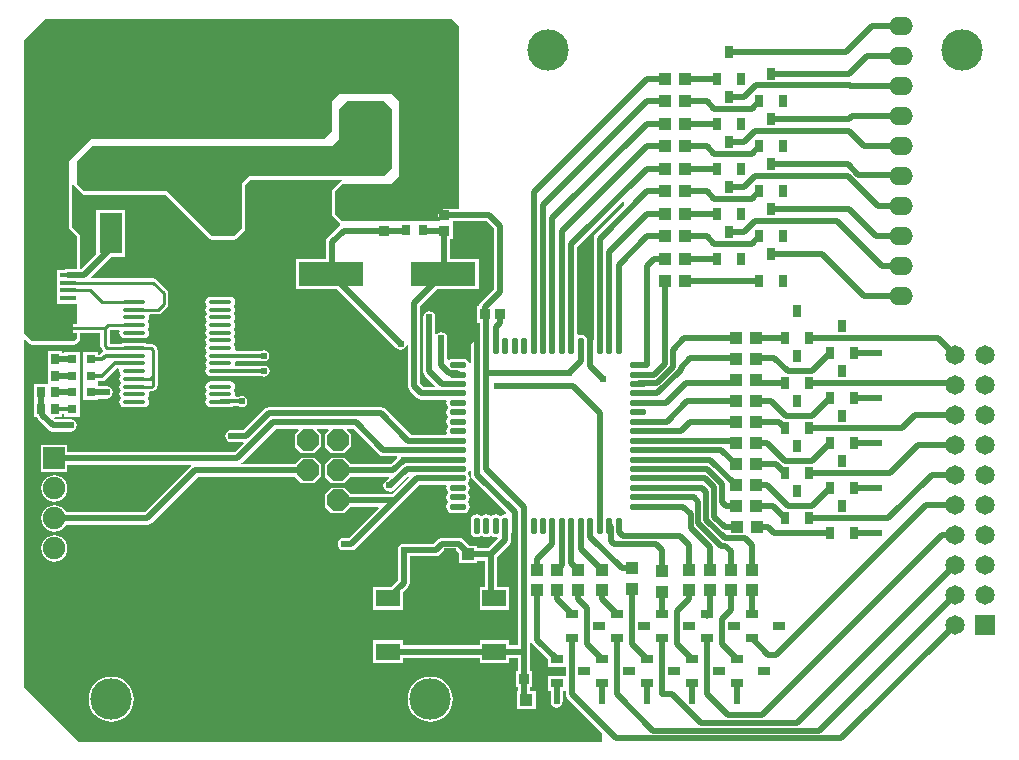
<source format=gtl>
G04 Layer_Physical_Order=1*
G04 Layer_Color=25308*
%FSLAX24Y24*%
%MOIN*%
G70*
G01*
G75*
%ADD10R,0.0750X0.1340*%
%ADD11R,0.0748X0.0748*%
%ADD12R,0.0551X0.0630*%
%ADD13R,0.0532X0.0157*%
%ADD14R,0.0413X0.0394*%
%ADD15R,0.0276X0.0335*%
%ADD16R,0.0440X0.0400*%
%ADD17R,0.0335X0.0354*%
%ADD18R,0.0354X0.0335*%
%ADD19R,0.0315X0.0315*%
%ADD20R,0.0472X0.1378*%
%ADD21R,0.4197X0.3299*%
%ADD22R,0.0400X0.1201*%
%ADD23R,0.0400X0.0440*%
%ADD24R,0.0315X0.0400*%
%ADD25R,0.0400X0.0315*%
%ADD26O,0.0217X0.0571*%
%ADD27O,0.0571X0.0217*%
%ADD28R,0.2165X0.0787*%
%ADD29R,0.0787X0.0551*%
%ADD30O,0.0787X0.0138*%
%ADD31C,0.0200*%
%ADD32C,0.0120*%
%ADD33C,0.0100*%
%ADD34C,0.0600*%
%ADD35C,0.1378*%
%ADD36O,0.0630X0.0354*%
%ADD37R,0.1772X0.0787*%
%ADD38R,0.0787X0.1772*%
%ADD39O,0.0800X0.0600*%
%ADD40R,0.0650X0.0650*%
%ADD41C,0.0650*%
%ADD42P,0.0801X8X112.5*%
%ADD43C,0.0750*%
%ADD44R,0.0750X0.0750*%
%ADD45C,0.0240*%
G36*
X30250Y42646D02*
Y42538D01*
X29288Y41576D01*
X29244Y41510D01*
X29228Y41432D01*
Y38074D01*
X29192Y38047D01*
X29185Y38044D01*
X29178Y38048D01*
X29100Y38063D01*
X29022Y38048D01*
X29008Y38054D01*
X28999Y38101D01*
X28953Y38169D01*
X28884Y38215D01*
X28802Y38232D01*
X28741Y38219D01*
X28691Y38251D01*
Y41153D01*
X30204Y42665D01*
X30250Y42646D01*
D02*
G37*
G36*
X25896Y41766D02*
Y39734D01*
X25450Y39288D01*
X25406Y39222D01*
X25397Y39177D01*
X25327D01*
Y38623D01*
X25449D01*
Y38069D01*
X25433Y38050D01*
X25411Y38031D01*
X25338Y38046D01*
X25260Y38031D01*
X25194Y37986D01*
X25149Y37920D01*
X25134Y37842D01*
Y37285D01*
X25084Y37280D01*
X25081Y37293D01*
X25035Y37362D01*
X24966Y37408D01*
X24885Y37425D01*
X24531D01*
X24449Y37408D01*
X24404Y37378D01*
X24354Y37405D01*
Y38100D01*
X24338Y38178D01*
X24294Y38244D01*
X24228Y38288D01*
X24150Y38304D01*
X24072Y38288D01*
X24006Y38244D01*
X24004Y38241D01*
X23954Y38257D01*
Y38800D01*
X23938Y38878D01*
X23894Y38944D01*
X23828Y38988D01*
X23750Y39004D01*
X23672Y38988D01*
X23606Y38944D01*
X23562Y38878D01*
X23546Y38800D01*
Y37000D01*
X23562Y36922D01*
X23606Y36856D01*
X23944Y36517D01*
X23925Y36471D01*
X23567D01*
X23454Y36584D01*
Y39195D01*
X24015Y39756D01*
X25403D01*
Y40744D01*
X24454D01*
Y41427D01*
X24527D01*
Y41939D01*
Y42002D01*
X25660D01*
X25896Y41766D01*
D02*
G37*
G36*
X20830Y43348D02*
X20811Y43344D01*
X20778Y43322D01*
X20528Y43072D01*
X20506Y43039D01*
X20498Y43000D01*
Y42250D01*
X20506Y42211D01*
X20528Y42178D01*
X20778Y41928D01*
X20786Y41923D01*
X20789Y41871D01*
X20787Y41863D01*
X20750Y41838D01*
X20750Y41838D01*
X20356Y41444D01*
X20312Y41378D01*
X20296Y41300D01*
Y40744D01*
X19297D01*
Y39756D01*
X20685D01*
X22656Y37786D01*
X22722Y37742D01*
X22800Y37726D01*
X22878Y37742D01*
X22944Y37786D01*
X22988Y37852D01*
X22996Y37891D01*
X23046Y37886D01*
Y36500D01*
X23062Y36422D01*
X23106Y36356D01*
X23338Y36123D01*
X23405Y36079D01*
X23483Y36063D01*
X24299D01*
X24330Y36013D01*
X24318Y35952D01*
X24335Y35871D01*
X24381Y35802D01*
Y35788D01*
X24335Y35719D01*
X24318Y35637D01*
X24335Y35556D01*
X24381Y35487D01*
Y35473D01*
X24335Y35404D01*
X24318Y35322D01*
X24335Y35241D01*
X24381Y35172D01*
Y35158D01*
X24335Y35089D01*
X24318Y35007D01*
X24330Y34946D01*
X24299Y34896D01*
X23142D01*
X22294Y35744D01*
X22228Y35788D01*
X22150Y35804D01*
X18400D01*
X18322Y35788D01*
X18256Y35744D01*
X17566Y35054D01*
X17150D01*
X17072Y35038D01*
X17006Y34994D01*
X16962Y34928D01*
X16946Y34850D01*
X16962Y34772D01*
X17006Y34706D01*
X17072Y34662D01*
X17150Y34646D01*
X17542D01*
X17562Y34600D01*
X17266Y34304D01*
X11685D01*
Y34535D01*
X10815D01*
Y33665D01*
X11685D01*
Y33896D01*
X15793D01*
X15809Y33846D01*
X15806Y33844D01*
X14266Y32304D01*
X11636D01*
X11630Y32319D01*
X11560Y32410D01*
X11469Y32480D01*
X11364Y32524D01*
X11250Y32539D01*
X11136Y32524D01*
X11031Y32480D01*
X10940Y32410D01*
X10870Y32319D01*
X10826Y32214D01*
X10811Y32100D01*
X10826Y31986D01*
X10870Y31881D01*
X10940Y31790D01*
X11031Y31720D01*
X11136Y31676D01*
X11250Y31661D01*
X11364Y31676D01*
X11469Y31720D01*
X11560Y31790D01*
X11630Y31881D01*
X11636Y31896D01*
X14350D01*
X14428Y31912D01*
X14494Y31956D01*
X16034Y33496D01*
X19270D01*
Y33485D01*
X19485Y33270D01*
X19915D01*
X20130Y33485D01*
Y33915D01*
X19915Y34130D01*
X19485D01*
X19270Y33915D01*
Y33904D01*
X17507D01*
X17491Y33954D01*
X17494Y33956D01*
X18634Y35096D01*
X19386D01*
X19405Y35050D01*
X19270Y34915D01*
Y34485D01*
X19485Y34270D01*
X19915D01*
X20130Y34485D01*
Y34915D01*
X19995Y35050D01*
X20014Y35096D01*
X20386D01*
X20405Y35050D01*
X20270Y34915D01*
Y34485D01*
X20485Y34270D01*
X20915D01*
X21130Y34485D01*
Y34915D01*
X20995Y35050D01*
X21014Y35096D01*
X21216D01*
X22078Y34233D01*
X22078Y34233D01*
X22144Y34189D01*
X22222Y34174D01*
X22222Y34174D01*
X22670D01*
X22689Y34127D01*
X22466Y33904D01*
X21130D01*
Y33915D01*
X20915Y34130D01*
X20485D01*
X20270Y33915D01*
Y33485D01*
X20485Y33270D01*
X20915D01*
X21130Y33485D01*
Y33496D01*
X22392D01*
X22411Y33450D01*
X22332Y33370D01*
X22330Y33370D01*
X22270Y33330D01*
X22230Y33270D01*
X22216Y33200D01*
X22230Y33130D01*
X22270Y33070D01*
X22330Y33030D01*
X22350Y33026D01*
X22372Y33012D01*
X22450Y32996D01*
X22528Y33012D01*
X22594Y33056D01*
X23049Y33511D01*
X23052Y33511D01*
X23068Y33456D01*
X22516Y32904D01*
X21130D01*
Y32915D01*
X20915Y33130D01*
X20485D01*
X20270Y32915D01*
Y32485D01*
X20485Y32270D01*
X20915D01*
X21130Y32485D01*
Y32496D01*
X22042D01*
X22062Y32450D01*
X21066Y31454D01*
X20900D01*
X20822Y31438D01*
X20756Y31394D01*
X20712Y31328D01*
X20696Y31250D01*
X20712Y31172D01*
X20756Y31106D01*
X20822Y31062D01*
X20900Y31046D01*
X21150D01*
X21228Y31062D01*
X21294Y31106D01*
X22744Y32556D01*
X23417Y33229D01*
X24299D01*
X24330Y33179D01*
X24318Y33118D01*
X24335Y33036D01*
X24381Y32968D01*
Y32953D01*
X24335Y32884D01*
X24318Y32803D01*
X24335Y32721D01*
X24381Y32653D01*
Y32638D01*
X24335Y32569D01*
X24318Y32488D01*
X24335Y32407D01*
X24381Y32338D01*
X24449Y32292D01*
X24531Y32275D01*
X24885D01*
X24966Y32292D01*
X25035Y32338D01*
X25081Y32407D01*
X25097Y32488D01*
X25081Y32569D01*
X25035Y32638D01*
Y32653D01*
X25081Y32721D01*
X25097Y32803D01*
X25081Y32884D01*
X25035Y32953D01*
Y32968D01*
X25081Y33036D01*
X25097Y33118D01*
X25081Y33199D01*
X25035Y33268D01*
Y33283D01*
X25081Y33351D01*
X25097Y33433D01*
X25081Y33514D01*
X25035Y33583D01*
Y33597D01*
X25081Y33666D01*
X25084Y33680D01*
X25134Y33675D01*
Y33562D01*
X25149Y33484D01*
X25194Y33418D01*
X26321Y32291D01*
X26296Y32245D01*
X26283Y32247D01*
X26201Y32231D01*
X26133Y32185D01*
X26118D01*
X26049Y32231D01*
X25968Y32247D01*
X25886Y32231D01*
X25818Y32185D01*
X25803D01*
X25734Y32231D01*
X25653Y32247D01*
X25571Y32231D01*
X25503Y32185D01*
X25488D01*
X25419Y32231D01*
X25338Y32247D01*
X25257Y32231D01*
X25188Y32185D01*
X25142Y32116D01*
X25125Y32035D01*
Y31681D01*
X25142Y31599D01*
X25188Y31531D01*
X25257Y31485D01*
X25338Y31468D01*
X25419Y31485D01*
X25488Y31531D01*
X25503D01*
X25571Y31485D01*
X25653Y31468D01*
X25734Y31485D01*
X25803Y31531D01*
X25818D01*
X25886Y31485D01*
X25968Y31468D01*
X26020Y31479D01*
X26044Y31433D01*
X25716Y31104D01*
X25352D01*
Y31197D01*
X25076D01*
X24872Y31401D01*
X24806Y31445D01*
X24728Y31461D01*
X24182D01*
X24104Y31445D01*
X24077Y31428D01*
X24038Y31401D01*
X24038Y31401D01*
X23890Y31254D01*
X22900D01*
X22822Y31238D01*
X22756Y31194D01*
X22712Y31128D01*
X22696Y31050D01*
Y30042D01*
X22466Y29811D01*
X21885D01*
Y29060D01*
X22872D01*
Y29641D01*
X23044Y29813D01*
X23088Y29879D01*
X23104Y29957D01*
Y30846D01*
X23975D01*
X24053Y30862D01*
X24119Y30906D01*
X24266Y31053D01*
X24643D01*
X24739Y30958D01*
Y30603D01*
X25352D01*
Y30696D01*
X25596D01*
Y29811D01*
X25428D01*
Y29060D01*
X26415D01*
Y29811D01*
X26004D01*
Y30816D01*
X26427Y31238D01*
X26471Y31305D01*
X26487Y31383D01*
Y31631D01*
X26503Y31650D01*
X26524Y31669D01*
X26598Y31654D01*
X26671Y31669D01*
X26693Y31650D01*
X26709Y31631D01*
Y27867D01*
X26415D01*
Y28040D01*
X25428D01*
Y27868D01*
X22872D01*
Y28040D01*
X21885D01*
Y27289D01*
X22872D01*
Y27460D01*
X25428D01*
Y27289D01*
X26415D01*
Y27459D01*
X26709D01*
Y27027D01*
X26639D01*
Y26473D01*
X26702D01*
Y26350D01*
X26667D01*
Y25750D01*
X27307D01*
Y26350D01*
X27110D01*
Y26473D01*
X27173D01*
Y27027D01*
X27117D01*
Y27663D01*
Y27956D01*
X27136Y27963D01*
X27167Y27965D01*
X27206Y27906D01*
X27700Y27412D01*
Y27143D01*
X28296D01*
Y26857D01*
X27700D01*
Y26343D01*
X27796D01*
Y26000D01*
X27812Y25922D01*
X27856Y25856D01*
X27922Y25812D01*
X28000Y25796D01*
X28078Y25812D01*
X28144Y25856D01*
X28188Y25922D01*
X28204Y26000D01*
Y26343D01*
X28296D01*
Y26250D01*
X28312Y26172D01*
X28356Y26106D01*
X29500Y24962D01*
Y24653D01*
X12063D01*
X10250Y26466D01*
Y38040D01*
X10296Y38060D01*
X10428Y37928D01*
X10461Y37906D01*
X10500Y37898D01*
X11900D01*
X11939Y37906D01*
X11972Y37928D01*
X12072Y38028D01*
X12094Y38061D01*
X12102Y38100D01*
Y38287D01*
X12787D01*
Y37860D01*
X12799Y37801D01*
X12832Y37752D01*
X12874Y37709D01*
X12868Y37645D01*
X12857Y37637D01*
X12782Y37563D01*
X12722D01*
Y37657D01*
X12207D01*
Y37143D01*
X12207D01*
X12207Y37143D01*
Y37107D01*
X12207D01*
X12207Y37107D01*
Y36607D01*
X12207Y36593D01*
Y36575D01*
X12207Y36557D01*
X12207Y36543D01*
Y36043D01*
X12722D01*
Y36096D01*
X13000D01*
X13078Y36112D01*
X13144Y36156D01*
X13188Y36222D01*
X13204Y36300D01*
X13188Y36378D01*
X13144Y36444D01*
X13078Y36488D01*
X13000Y36504D01*
X12758D01*
X12740Y36521D01*
X12722Y36554D01*
Y36557D01*
Y36575D01*
X12722Y36593D01*
X12722Y36607D01*
Y36687D01*
X12850D01*
X12912Y36699D01*
X12965Y36735D01*
X13334Y37103D01*
X13391D01*
X13424Y37053D01*
X13416Y37010D01*
X13429Y36944D01*
X13444Y36921D01*
X13463Y36882D01*
X13444Y36843D01*
X13429Y36820D01*
X13416Y36754D01*
X13429Y36688D01*
X13444Y36666D01*
X13463Y36626D01*
X13444Y36587D01*
X13429Y36564D01*
X13416Y36498D01*
X13429Y36433D01*
X13444Y36410D01*
X13463Y36370D01*
X13444Y36331D01*
X13429Y36308D01*
X13416Y36243D01*
X13429Y36177D01*
X13466Y36121D01*
Y36108D01*
X13429Y36053D01*
X13416Y35987D01*
X13429Y35921D01*
X13466Y35865D01*
X13522Y35828D01*
X13588Y35814D01*
X14238D01*
X14304Y35828D01*
X14360Y35865D01*
X14397Y35921D01*
X14410Y35987D01*
X14397Y36053D01*
X14382Y36075D01*
X14363Y36115D01*
X14382Y36154D01*
X14397Y36177D01*
X14410Y36243D01*
X14399Y36295D01*
X14428Y36345D01*
X14498D01*
X14557Y36357D01*
X14607Y36390D01*
X14658Y36442D01*
X14691Y36491D01*
X14703Y36550D01*
Y36850D01*
Y37700D01*
X14691Y37759D01*
X14658Y37808D01*
X14580Y37886D01*
X14531Y37919D01*
X14472Y37931D01*
X14313D01*
X14304Y37937D01*
X14238Y37950D01*
X13588D01*
X13522Y37937D01*
X13513Y37931D01*
X13093D01*
Y38377D01*
X13109Y38393D01*
X13398D01*
X13427Y38343D01*
X13416Y38290D01*
X13429Y38224D01*
X13466Y38168D01*
X13522Y38131D01*
X13588Y38118D01*
X14238D01*
X14304Y38131D01*
X14360Y38168D01*
X14397Y38224D01*
X14410Y38290D01*
X14397Y38356D01*
X14382Y38379D01*
X14363Y38418D01*
X14382Y38457D01*
X14397Y38480D01*
X14410Y38546D01*
X14397Y38612D01*
X14382Y38634D01*
X14363Y38674D01*
X14382Y38713D01*
X14397Y38736D01*
X14410Y38802D01*
X14399Y38855D01*
X14428Y38905D01*
X14707D01*
X14766Y38916D01*
X14816Y38949D01*
X15008Y39142D01*
X15041Y39191D01*
X15043Y39201D01*
X15053Y39250D01*
Y39600D01*
X15041Y39659D01*
X15008Y39708D01*
X14658Y40058D01*
X14609Y40091D01*
X14550Y40103D01*
X14224D01*
X14194Y40109D01*
X12489D01*
X12470Y40155D01*
X13145Y40830D01*
X13607D01*
Y42370D01*
X12657D01*
Y40919D01*
X12154Y40416D01*
X12102D01*
Y41500D01*
X12094Y41539D01*
X12072Y41572D01*
X11852Y41792D01*
Y43225D01*
X11902Y43230D01*
X11906Y43211D01*
X11928Y43178D01*
X12178Y42928D01*
X12211Y42906D01*
X12250Y42898D01*
X14958D01*
X16428Y41428D01*
X16461Y41406D01*
X16500Y41398D01*
X17250D01*
X17289Y41406D01*
X17322Y41428D01*
X17572Y41678D01*
X17594Y41711D01*
X17602Y41750D01*
Y43208D01*
X17792Y43398D01*
X20825D01*
X20830Y43348D01*
D02*
G37*
G36*
X24750Y48500D02*
Y42410D01*
X24250D01*
X24172Y42394D01*
X24106Y42350D01*
X24062Y42284D01*
X24046Y42206D01*
X24062Y42128D01*
X24106Y42062D01*
X24123Y42050D01*
X24108Y42000D01*
X20850D01*
X20600Y42250D01*
Y43000D01*
X20850Y43250D01*
X22500D01*
X22750Y43500D01*
Y45500D01*
Y45750D01*
Y46000D01*
X22500Y46250D01*
X20750D01*
X20500Y46000D01*
Y45000D01*
X20250Y44750D01*
X12500D01*
X12250Y44500D01*
X12000Y44250D01*
X11750Y44000D01*
Y41750D01*
X12000Y41500D01*
Y40416D01*
X11702D01*
X11624Y40400D01*
X11609Y40391D01*
X11336D01*
Y40033D01*
Y39777D01*
Y39521D01*
Y39265D01*
X12000D01*
Y38593D01*
X11613D01*
X11554Y38581D01*
X11505Y38548D01*
X11472Y38499D01*
X11460Y38440D01*
X11472Y38382D01*
X11505Y38332D01*
X11554Y38299D01*
X11613Y38287D01*
X12000D01*
Y38100D01*
X11900Y38000D01*
X10500D01*
X10250Y38250D01*
Y44250D01*
X10250Y48034D01*
X10966Y48750D01*
X15750Y48750D01*
X24500D01*
X24750Y48500D01*
D02*
G37*
G36*
X22500Y45750D02*
Y43750D01*
X22250Y43500D01*
X17750D01*
X17500Y43250D01*
Y41750D01*
X17250Y41500D01*
X16500D01*
X15000Y43000D01*
X12250D01*
X12000Y43250D01*
Y44000D01*
X12250Y44250D01*
X12500Y44500D01*
X20500D01*
X20750Y44750D01*
Y45750D01*
X21000Y46000D01*
X22250D01*
X22500Y45750D01*
D02*
G37*
%LPC*%
G36*
X11250Y31539D02*
X11136Y31524D01*
X11031Y31480D01*
X10940Y31410D01*
X10870Y31319D01*
X10826Y31214D01*
X10811Y31100D01*
X10826Y30986D01*
X10870Y30881D01*
X10940Y30790D01*
X11031Y30720D01*
X11136Y30676D01*
X11250Y30661D01*
X11364Y30676D01*
X11469Y30720D01*
X11560Y30790D01*
X11630Y30881D01*
X11674Y30986D01*
X11689Y31100D01*
X11674Y31214D01*
X11630Y31319D01*
X11560Y31410D01*
X11469Y31480D01*
X11364Y31524D01*
X11250Y31539D01*
D02*
G37*
G36*
X23780Y26827D02*
X23633Y26813D01*
X23492Y26770D01*
X23361Y26701D01*
X23247Y26607D01*
X23154Y26493D01*
X23084Y26363D01*
X23041Y26222D01*
X23027Y26075D01*
X23041Y25928D01*
X23084Y25787D01*
X23154Y25657D01*
X23247Y25543D01*
X23361Y25449D01*
X23492Y25379D01*
X23633Y25337D01*
X23780Y25322D01*
X23926Y25337D01*
X24068Y25379D01*
X24198Y25449D01*
X24312Y25543D01*
X24405Y25657D01*
X24475Y25787D01*
X24518Y25928D01*
X24532Y26075D01*
X24518Y26222D01*
X24475Y26363D01*
X24405Y26493D01*
X24312Y26607D01*
X24198Y26701D01*
X24068Y26770D01*
X23926Y26813D01*
X23780Y26827D01*
D02*
G37*
G36*
X13150D02*
X13003Y26813D01*
X12862Y26770D01*
X12731Y26701D01*
X12617Y26607D01*
X12524Y26493D01*
X12454Y26363D01*
X12411Y26222D01*
X12397Y26075D01*
X12411Y25928D01*
X12454Y25787D01*
X12524Y25657D01*
X12617Y25543D01*
X12731Y25449D01*
X12862Y25379D01*
X13003Y25337D01*
X13150Y25322D01*
X13296Y25337D01*
X13438Y25379D01*
X13568Y25449D01*
X13682Y25543D01*
X13775Y25657D01*
X13845Y25787D01*
X13888Y25928D01*
X13902Y26075D01*
X13888Y26222D01*
X13845Y26363D01*
X13775Y26493D01*
X13682Y26607D01*
X13568Y26701D01*
X13438Y26770D01*
X13296Y26813D01*
X13150Y26827D01*
D02*
G37*
G36*
X11250Y33539D02*
X11136Y33524D01*
X11031Y33480D01*
X10940Y33410D01*
X10870Y33319D01*
X10826Y33214D01*
X10811Y33100D01*
X10826Y32986D01*
X10870Y32881D01*
X10940Y32790D01*
X11031Y32720D01*
X11136Y32676D01*
X11250Y32661D01*
X11364Y32676D01*
X11469Y32720D01*
X11560Y32790D01*
X11630Y32881D01*
X11674Y32986D01*
X11689Y33100D01*
X11674Y33214D01*
X11630Y33319D01*
X11560Y33410D01*
X11469Y33480D01*
X11364Y33524D01*
X11250Y33539D01*
D02*
G37*
G36*
X17112Y39486D02*
X16462D01*
X16396Y39472D01*
X16340Y39435D01*
X16303Y39379D01*
X16290Y39313D01*
X16303Y39247D01*
X16318Y39225D01*
X16337Y39185D01*
X16318Y39146D01*
X16303Y39123D01*
X16290Y39057D01*
X16303Y38992D01*
X16318Y38969D01*
X16337Y38930D01*
X16318Y38890D01*
X16303Y38867D01*
X16290Y38802D01*
X16303Y38736D01*
X16318Y38713D01*
X16337Y38674D01*
X16318Y38634D01*
X16303Y38612D01*
X16290Y38546D01*
X16303Y38480D01*
X16318Y38457D01*
X16337Y38418D01*
X16318Y38379D01*
X16303Y38356D01*
X16290Y38290D01*
X16303Y38224D01*
X16318Y38201D01*
X16337Y38162D01*
X16318Y38123D01*
X16303Y38100D01*
X16290Y38034D01*
X16303Y37968D01*
X16318Y37945D01*
X16337Y37906D01*
X16318Y37867D01*
X16303Y37844D01*
X16290Y37778D01*
X16303Y37712D01*
X16318Y37689D01*
X16337Y37650D01*
X16318Y37611D01*
X16303Y37588D01*
X16290Y37522D01*
X16303Y37456D01*
X16318Y37433D01*
X16337Y37394D01*
X16318Y37355D01*
X16303Y37332D01*
X16290Y37266D01*
X16303Y37200D01*
X16318Y37177D01*
X16337Y37138D01*
X16318Y37099D01*
X16303Y37076D01*
X16290Y37010D01*
X16303Y36944D01*
X16340Y36888D01*
X16396Y36851D01*
X16462Y36838D01*
X17112D01*
X17157Y36847D01*
X18170D01*
X18180Y36841D01*
X18250Y36827D01*
X18320Y36841D01*
X18380Y36880D01*
X18420Y36940D01*
X18434Y37010D01*
X18420Y37080D01*
X18380Y37140D01*
X18320Y37180D01*
X18250Y37194D01*
X18180Y37180D01*
X18170Y37173D01*
X17309D01*
X17276Y37223D01*
X17284Y37266D01*
X17276Y37309D01*
X17309Y37359D01*
X18148D01*
X18158Y37352D01*
X18228Y37339D01*
X18298Y37352D01*
X18358Y37392D01*
X18398Y37452D01*
X18411Y37522D01*
X18398Y37592D01*
X18358Y37652D01*
X18298Y37692D01*
X18228Y37706D01*
X18158Y37692D01*
X18148Y37685D01*
X17309D01*
X17276Y37735D01*
X17284Y37778D01*
X17271Y37844D01*
X17256Y37867D01*
X17237Y37906D01*
X17256Y37945D01*
X17271Y37968D01*
X17284Y38034D01*
X17271Y38100D01*
X17256Y38123D01*
X17237Y38162D01*
X17256Y38201D01*
X17271Y38224D01*
X17284Y38290D01*
X17271Y38356D01*
X17256Y38379D01*
X17237Y38418D01*
X17256Y38457D01*
X17271Y38480D01*
X17284Y38546D01*
X17271Y38612D01*
X17256Y38634D01*
X17237Y38674D01*
X17256Y38713D01*
X17271Y38736D01*
X17284Y38802D01*
X17271Y38867D01*
X17256Y38890D01*
X17237Y38930D01*
X17256Y38969D01*
X17271Y38992D01*
X17284Y39057D01*
X17271Y39123D01*
X17256Y39146D01*
X17237Y39185D01*
X17256Y39225D01*
X17271Y39247D01*
X17284Y39313D01*
X17271Y39379D01*
X17234Y39435D01*
X17178Y39472D01*
X17112Y39486D01*
D02*
G37*
G36*
Y36671D02*
X16462D01*
X16396Y36658D01*
X16340Y36620D01*
X16303Y36564D01*
X16290Y36498D01*
X16303Y36433D01*
X16318Y36410D01*
X16337Y36370D01*
X16318Y36331D01*
X16303Y36308D01*
X16290Y36243D01*
X16303Y36177D01*
X16318Y36154D01*
X16337Y36115D01*
X16318Y36075D01*
X16303Y36053D01*
X16290Y35987D01*
X16303Y35921D01*
X16340Y35865D01*
X16396Y35828D01*
X16462Y35814D01*
X17112D01*
X17178Y35828D01*
X17192Y35837D01*
X17420D01*
X17430Y35830D01*
X17500Y35816D01*
X17570Y35830D01*
X17630Y35870D01*
X17670Y35930D01*
X17684Y36000D01*
X17670Y36070D01*
X17630Y36130D01*
X17570Y36170D01*
X17500Y36184D01*
X17430Y36170D01*
X17420Y36163D01*
X17317D01*
X17278Y36213D01*
X17284Y36243D01*
X17271Y36308D01*
X17256Y36331D01*
X17237Y36370D01*
X17256Y36410D01*
X17271Y36433D01*
X17284Y36498D01*
X17271Y36564D01*
X17234Y36620D01*
X17178Y36658D01*
X17112Y36671D01*
D02*
G37*
G36*
X11514Y37667D02*
X11039D01*
Y37167D01*
X11039Y37133D01*
Y37125D01*
Y37117D01*
X11039Y37083D01*
Y36617D01*
X11039Y36583D01*
X10995Y36567D01*
X10995Y36567D01*
X10586D01*
Y36033D01*
X10586D01*
Y36017D01*
X10586D01*
Y35483D01*
X10659D01*
X10662Y35472D01*
X10706Y35406D01*
X11056Y35056D01*
X11122Y35012D01*
X11200Y34996D01*
X11800D01*
X11878Y35012D01*
X11944Y35056D01*
X11988Y35122D01*
X12004Y35200D01*
X11988Y35278D01*
X11944Y35344D01*
X11878Y35388D01*
X11800Y35404D01*
X11285D01*
X11256Y35439D01*
X11274Y35483D01*
X11514D01*
Y35587D01*
X11578D01*
Y35493D01*
X12093D01*
Y36007D01*
X12093D01*
X12093Y36007D01*
Y36043D01*
X12093D01*
X12093Y36043D01*
Y36543D01*
X12093Y36557D01*
Y36575D01*
X12093Y36593D01*
X12093Y36607D01*
Y37093D01*
X12093Y37107D01*
Y37125D01*
Y37143D01*
X12093Y37157D01*
Y37657D01*
X11578D01*
Y37604D01*
X11514D01*
Y37667D01*
D02*
G37*
%LPD*%
D10*
X13132Y41600D02*
D03*
X14670D02*
D03*
D11*
X10648Y39228D02*
D03*
Y40172D02*
D03*
D12*
X11613Y38440D02*
D03*
Y40960D02*
D03*
D13*
X11702Y40212D02*
D03*
Y39188D02*
D03*
Y39444D02*
D03*
Y39956D02*
D03*
Y39700D02*
D03*
D14*
X25045Y30900D02*
D03*
X24455D02*
D03*
D15*
X11276Y36850D02*
D03*
X10824D02*
D03*
X22974Y41700D02*
D03*
X23526D02*
D03*
X10824Y35750D02*
D03*
X11276D02*
D03*
X10824Y36300D02*
D03*
X11276D02*
D03*
Y37400D02*
D03*
X10824D02*
D03*
D16*
X26987Y26050D02*
D03*
X26313D02*
D03*
X34010Y31800D02*
D03*
X34685D02*
D03*
X33960Y32500D02*
D03*
X34635D02*
D03*
X33960Y33200D02*
D03*
X34635D02*
D03*
X33960Y33900D02*
D03*
X34635D02*
D03*
X33960Y34600D02*
D03*
X34635D02*
D03*
X33960Y35300D02*
D03*
X34635D02*
D03*
X33960Y36000D02*
D03*
X34635D02*
D03*
X33960Y36700D02*
D03*
X34635D02*
D03*
X33960Y37400D02*
D03*
X34635D02*
D03*
X33960Y38100D02*
D03*
X34635D02*
D03*
X31610Y40000D02*
D03*
X32285D02*
D03*
X31610Y40750D02*
D03*
X32285D02*
D03*
X31610Y41500D02*
D03*
X32285D02*
D03*
X31610Y42250D02*
D03*
X32285D02*
D03*
X31610Y43000D02*
D03*
X32285D02*
D03*
X31610Y43750D02*
D03*
X32285D02*
D03*
X31610Y44500D02*
D03*
X32285D02*
D03*
X31610Y45250D02*
D03*
X32285D02*
D03*
X31610Y46750D02*
D03*
X32285D02*
D03*
X31610Y46000D02*
D03*
X32285D02*
D03*
D17*
X26394Y26750D02*
D03*
X26906D02*
D03*
X26106Y38900D02*
D03*
X25594D02*
D03*
D18*
X24250Y41694D02*
D03*
Y42206D02*
D03*
X22250Y41694D02*
D03*
Y42206D02*
D03*
D19*
X12465Y37400D02*
D03*
X11835D02*
D03*
X12465Y36850D02*
D03*
X11835D02*
D03*
X11835Y35750D02*
D03*
X12465D02*
D03*
X11835Y36300D02*
D03*
X12465D02*
D03*
D20*
X22050Y47799D02*
D03*
Y45201D02*
D03*
D21*
X17900Y46651D02*
D03*
D22*
X18900Y42200D02*
D03*
X16900D02*
D03*
D23*
X31500Y30340D02*
D03*
Y29665D02*
D03*
X27350Y30390D02*
D03*
Y29715D02*
D03*
X32400Y30390D02*
D03*
Y29715D02*
D03*
X28000Y30390D02*
D03*
Y29715D02*
D03*
X33100Y30390D02*
D03*
Y29715D02*
D03*
X28700Y30390D02*
D03*
Y29715D02*
D03*
X33800Y30390D02*
D03*
Y29715D02*
D03*
X29500Y30390D02*
D03*
Y29715D02*
D03*
X34500Y30390D02*
D03*
Y29715D02*
D03*
X30500Y30440D02*
D03*
Y29765D02*
D03*
D24*
X33750Y44650D02*
D03*
X34150Y43750D02*
D03*
X33350D02*
D03*
X35150Y40900D02*
D03*
X35550Y40000D02*
D03*
X34750D02*
D03*
X36000Y36000D02*
D03*
X36400Y35100D02*
D03*
X35600D02*
D03*
X37500Y32500D02*
D03*
X37900Y31600D02*
D03*
X37100D02*
D03*
X35150Y45400D02*
D03*
X35550Y44500D02*
D03*
X34750D02*
D03*
X33750Y41650D02*
D03*
X34150Y40750D02*
D03*
X33350D02*
D03*
X37500Y37000D02*
D03*
X37900Y36100D02*
D03*
X37100D02*
D03*
X36000Y33000D02*
D03*
X36400Y32100D02*
D03*
X35600D02*
D03*
X33750Y46150D02*
D03*
X34150Y45250D02*
D03*
X33350D02*
D03*
X35150Y42400D02*
D03*
X35550Y41500D02*
D03*
X34750D02*
D03*
X36000Y37500D02*
D03*
X36400Y36600D02*
D03*
X35600D02*
D03*
X37500Y34000D02*
D03*
X37900Y33100D02*
D03*
X37100D02*
D03*
X35150Y46900D02*
D03*
X35550Y46000D02*
D03*
X34750D02*
D03*
X33750Y43150D02*
D03*
X34150Y42250D02*
D03*
X33350D02*
D03*
X37500Y38500D02*
D03*
X37900Y37600D02*
D03*
X37100D02*
D03*
X36000Y34500D02*
D03*
X36400Y33600D02*
D03*
X35600D02*
D03*
X33750Y47650D02*
D03*
X34150Y46750D02*
D03*
X33350D02*
D03*
X35150Y43900D02*
D03*
X35550Y43000D02*
D03*
X34750D02*
D03*
X36000Y39000D02*
D03*
X36400Y38100D02*
D03*
X35600D02*
D03*
X37500Y35500D02*
D03*
X37900Y34600D02*
D03*
X37100D02*
D03*
D25*
X32400Y28500D02*
D03*
X31500Y28100D02*
D03*
Y28900D02*
D03*
X28900Y27000D02*
D03*
X28000Y26600D02*
D03*
Y27400D02*
D03*
X33400Y27000D02*
D03*
X32500Y26600D02*
D03*
Y27400D02*
D03*
X29400Y28500D02*
D03*
X28500Y28100D02*
D03*
Y28900D02*
D03*
X33900Y28500D02*
D03*
X33000Y28100D02*
D03*
Y28900D02*
D03*
X30400Y27000D02*
D03*
X29500Y26600D02*
D03*
Y27400D02*
D03*
X34900Y27000D02*
D03*
X34000Y26600D02*
D03*
Y27400D02*
D03*
X30900Y28500D02*
D03*
X30000Y28100D02*
D03*
Y28900D02*
D03*
X35400Y28500D02*
D03*
X34500Y28100D02*
D03*
Y28900D02*
D03*
X31900Y27000D02*
D03*
X31000Y26600D02*
D03*
Y27400D02*
D03*
D26*
X25338Y37842D02*
D03*
X25653D02*
D03*
X25968D02*
D03*
X26283D02*
D03*
X26598D02*
D03*
X26913D02*
D03*
X27228D02*
D03*
X27543D02*
D03*
X27857D02*
D03*
X28172D02*
D03*
X28487D02*
D03*
X28802D02*
D03*
X29117D02*
D03*
X29432D02*
D03*
X29747D02*
D03*
X30062D02*
D03*
Y31858D02*
D03*
X29747D02*
D03*
X29432D02*
D03*
X29117D02*
D03*
X28802D02*
D03*
X28487D02*
D03*
X28172D02*
D03*
X27857D02*
D03*
X27543D02*
D03*
X27228D02*
D03*
X26913D02*
D03*
X26598D02*
D03*
X26283D02*
D03*
X25968D02*
D03*
X25653D02*
D03*
X25338D02*
D03*
D27*
X30692Y37212D02*
D03*
Y36897D02*
D03*
Y36582D02*
D03*
Y36267D02*
D03*
Y35952D02*
D03*
Y35637D02*
D03*
Y35322D02*
D03*
Y35007D02*
D03*
Y34693D02*
D03*
Y34378D02*
D03*
Y34063D02*
D03*
Y33748D02*
D03*
Y33433D02*
D03*
Y33118D02*
D03*
Y32803D02*
D03*
Y32488D02*
D03*
X24708D02*
D03*
Y32803D02*
D03*
Y33118D02*
D03*
Y33433D02*
D03*
Y33748D02*
D03*
Y34063D02*
D03*
Y34378D02*
D03*
Y34693D02*
D03*
Y35007D02*
D03*
Y35322D02*
D03*
Y35637D02*
D03*
Y35952D02*
D03*
Y36267D02*
D03*
Y36582D02*
D03*
Y36897D02*
D03*
Y37212D02*
D03*
D28*
X20480Y40250D02*
D03*
X24220D02*
D03*
D29*
X22378Y29436D02*
D03*
X25922D02*
D03*
X22378Y27664D02*
D03*
X25922D02*
D03*
D30*
X16787Y35987D02*
D03*
Y36243D02*
D03*
Y36498D02*
D03*
Y36754D02*
D03*
Y37010D02*
D03*
Y37266D02*
D03*
Y37522D02*
D03*
Y37778D02*
D03*
Y38034D02*
D03*
Y38290D02*
D03*
Y38546D02*
D03*
Y38802D02*
D03*
Y39057D02*
D03*
Y39313D02*
D03*
X13913D02*
D03*
Y39057D02*
D03*
Y38802D02*
D03*
Y38546D02*
D03*
Y38290D02*
D03*
Y38034D02*
D03*
Y37778D02*
D03*
Y37522D02*
D03*
Y37266D02*
D03*
Y37010D02*
D03*
Y36754D02*
D03*
Y36498D02*
D03*
Y36243D02*
D03*
Y35987D02*
D03*
D31*
X29100Y37859D02*
X29117Y37842D01*
Y37183D02*
X29550Y36750D01*
X29117Y37183D02*
Y37842D01*
X25045Y30900D02*
Y30939D01*
X24728Y31257D02*
X25045Y30939D01*
X24182Y31257D02*
X24728D01*
X23975Y31050D02*
X24182Y31257D01*
X22900Y31050D02*
X23975D01*
X22378Y27664D02*
X25922D01*
X29000Y27900D02*
X29500Y27400D01*
X29000Y27900D02*
Y29100D01*
X28700Y29400D02*
X29000Y29100D01*
X28700Y29400D02*
Y29715D01*
X25045Y30900D02*
X25800D01*
X12465Y36300D02*
X13000D01*
X17150Y34850D02*
X17650D01*
X18400Y35600D01*
X11200Y35200D02*
X11800D01*
X10850Y35550D02*
X11200Y35200D01*
X10850Y35550D02*
Y35724D01*
X10824Y35750D02*
X10850Y35724D01*
X10824Y35750D02*
Y36300D01*
X11276D02*
X11835D01*
X22150Y35600D02*
X23057Y34693D01*
X18400Y35600D02*
X22150D01*
X23057Y34693D02*
X24708D01*
X11276Y36850D02*
X11835D01*
X11276Y37400D02*
X11835D01*
X26906Y26131D02*
X26987Y26050D01*
X26906Y26131D02*
Y26750D01*
X26913Y26757D01*
Y27663D01*
X25653Y36950D02*
Y37842D01*
Y33747D02*
Y36950D01*
X28802Y37352D02*
Y37842D01*
X28400Y36950D02*
X28802Y37352D01*
X25653Y36950D02*
X28400D01*
X25653Y33747D02*
X26913Y32487D01*
Y31858D02*
Y32487D01*
X26598Y31858D02*
Y32302D01*
X25338Y33562D02*
X26598Y32302D01*
X25338Y33562D02*
Y37842D01*
X24250Y42206D02*
X25744D01*
X26100Y41850D01*
Y39650D02*
Y41850D01*
X25594Y39144D02*
X26100Y39650D01*
X25594Y38900D02*
Y39144D01*
Y38900D02*
X25653Y38841D01*
Y37842D02*
Y38841D01*
X26106Y38606D02*
Y38900D01*
X25968Y38468D02*
X26106Y38606D01*
X25968Y37842D02*
Y38468D01*
X23750Y37000D02*
Y38800D01*
Y37000D02*
X24168Y36582D01*
X24708D01*
X24150Y37214D02*
Y38100D01*
Y37214D02*
X24420Y36944D01*
X24661D01*
X24708Y36897D01*
X11250Y34100D02*
X17350D01*
X18550Y35300D01*
X21300D01*
X22222Y34378D01*
X24708D01*
X22900Y34050D02*
X22913Y34063D01*
X22550Y33700D02*
X22900Y34050D01*
X20900Y31250D02*
X21150D01*
X22600Y32700D01*
X11250Y32100D02*
X14350D01*
X15950Y33700D01*
X19700D01*
X22378Y29436D02*
X22900Y29957D01*
Y31050D01*
X22450Y33200D02*
X22998Y33748D01*
X24708D01*
X23333Y33433D02*
X24708D01*
X22600Y32700D02*
X23333Y33433D01*
X20700Y32700D02*
X22600D01*
X22913Y34063D02*
X24708D01*
X20700Y33700D02*
X22550D01*
X23483Y36267D02*
X24708D01*
X23250Y36500D02*
X23483Y36267D01*
X23250Y36500D02*
Y39280D01*
X24220Y40250D01*
X20480D02*
X22800Y37930D01*
X25923Y27663D02*
X26913D01*
X25922Y27664D02*
X25923Y27663D01*
X25800Y29557D02*
X25922Y29436D01*
X25800Y29557D02*
Y30900D01*
X26283Y31383D01*
Y31858D01*
X26913Y27663D02*
Y31858D01*
X29432D02*
Y35618D01*
X28550Y36500D02*
X29432Y35618D01*
X26000Y36500D02*
X28550D01*
X20480Y40250D02*
X20500Y40270D01*
Y41300D01*
X20894Y41694D01*
X22250D01*
X22968D02*
X22974Y41700D01*
X22250Y41694D02*
X22968D01*
X23500Y41674D02*
X23520Y41694D01*
X24250D01*
X24220Y40250D02*
X24250Y40280D01*
Y41694D01*
X38250Y39500D02*
X39470D01*
X36850Y40900D02*
X38250Y39500D01*
X35150Y40900D02*
X36850D01*
X38850Y40500D02*
X39470D01*
X37350Y42000D02*
X38850Y40500D01*
X34600Y42000D02*
X37350D01*
X38650Y41500D02*
X39470D01*
X37750Y42400D02*
X38650Y41500D01*
X35150Y42400D02*
X37750D01*
X38700Y42500D02*
X39470D01*
X37700Y43500D02*
X38700Y42500D01*
X34600Y43500D02*
X37700D01*
X39420Y43550D02*
X39470Y43500D01*
X38050Y43550D02*
X39420D01*
X37700Y43900D02*
X38050Y43550D01*
X35150Y43900D02*
X37700D01*
X38250Y44500D02*
X39470D01*
X37750Y45000D02*
X38250Y44500D01*
X34600Y45000D02*
X37750D01*
X37850Y45500D02*
X39470D01*
X37750Y45400D02*
X37850Y45500D01*
X35150Y45400D02*
X37750D01*
X37800Y46500D02*
X39470D01*
X37750Y46550D02*
X37800Y46500D01*
X35384Y46550D02*
X37750D01*
X38350Y47500D02*
X39470D01*
X37750Y46900D02*
X38350Y47500D01*
X35150Y46900D02*
X37750D01*
X38500Y48500D02*
X39470D01*
X37650Y47650D02*
X38500Y48500D01*
X33750Y47650D02*
X37650D01*
X37490Y24770D02*
X41270Y28550D01*
X29980Y24770D02*
X37490D01*
X28500Y26250D02*
X29980Y24770D01*
X36750Y25030D02*
X41270Y29550D01*
X31220Y25030D02*
X36750D01*
X30000Y26250D02*
X31220Y25030D01*
X31500Y26250D02*
Y28100D01*
Y26250D02*
X31854D01*
X36010Y25290D02*
X41270Y30550D01*
X32814Y25290D02*
X36010D01*
X31854Y26250D02*
X32814Y25290D01*
X40850Y31550D02*
X41270D01*
X34850Y25550D02*
X40850Y31550D01*
X33700Y25550D02*
X34850D01*
X33000Y26250D02*
X33700Y25550D01*
X40720Y38100D02*
X41270Y37550D01*
X36400Y38100D02*
X40720D01*
X41220Y36600D02*
X41270Y36550D01*
X36400Y36600D02*
X41220D01*
X39950Y35550D02*
X41270D01*
X39500Y35100D02*
X39950Y35550D01*
X36400Y35100D02*
X39500D01*
X40050Y34550D02*
X41270D01*
X39100Y33600D02*
X40050Y34550D01*
X36400Y33600D02*
X39100D01*
X40500Y33550D02*
X41270D01*
X39050Y32100D02*
X40500Y33550D01*
X36400Y32100D02*
X39050D01*
X40300Y32550D02*
X41270D01*
X35300Y27550D02*
X40300Y32550D01*
X35050Y27550D02*
X35300D01*
X34500Y28100D02*
X35050Y27550D01*
X28000Y26000D02*
Y26600D01*
X29500Y26000D02*
Y26600D01*
X31000Y26000D02*
Y26600D01*
X32500Y26000D02*
Y26600D01*
X34000Y26000D02*
Y26600D01*
X28500Y26250D02*
Y28100D01*
X30000Y26250D02*
Y28100D01*
X33000Y26250D02*
Y28100D01*
X27350Y28050D02*
X28000Y27400D01*
X27350Y28050D02*
Y29715D01*
X28000Y29400D02*
X28500Y28900D01*
X28000Y29400D02*
Y29715D01*
X27350Y30390D02*
Y30750D01*
X27857Y31257D01*
Y31858D01*
X28000Y30390D02*
X28172Y30562D01*
Y31858D01*
X28487Y30603D02*
X28700Y30390D01*
X28487Y30603D02*
Y31858D01*
X29500Y29400D02*
X30000Y28900D01*
X29500Y29400D02*
Y29715D01*
X28802Y31088D02*
X29500Y30390D01*
X28802Y31088D02*
Y31858D01*
X30500Y27900D02*
X31000Y27400D01*
X30500Y27900D02*
Y29765D01*
X30160Y30440D02*
X30300D01*
X29117Y31483D02*
X30160Y30440D01*
X29117Y31483D02*
Y31858D01*
X32000Y27900D02*
X32500Y27400D01*
X32000Y27900D02*
Y29000D01*
X32400Y29400D01*
Y29715D01*
X31500Y28900D02*
Y29665D01*
Y30340D02*
Y31050D01*
X31310Y31240D02*
X31500Y31050D01*
X29893Y31240D02*
X31310D01*
X29794Y31339D02*
X29893Y31240D01*
X29794Y31339D02*
Y31811D01*
X29747Y31858D02*
X29794Y31811D01*
X32400Y30390D02*
Y31200D01*
X32100Y31500D02*
X32400Y31200D01*
X30200Y31500D02*
X32100D01*
X30062Y31638D02*
X30200Y31500D01*
X30062Y31638D02*
Y31858D01*
X33500Y27900D02*
X34000Y27400D01*
X33500Y27900D02*
Y28750D01*
X34500Y28900D02*
Y29715D01*
X33000Y28850D02*
X33100Y28950D01*
Y29715D01*
X33500Y28750D02*
X33800Y29050D01*
Y29715D01*
X33100Y30390D02*
Y31150D01*
X32460Y31790D02*
X33100Y31150D01*
X32460Y31790D02*
Y32250D01*
X32222Y32488D02*
X32460Y32250D01*
X30692Y32488D02*
X32222D01*
X33800Y30390D02*
Y31000D01*
X33620Y31180D02*
X33800Y31000D01*
X33485Y31180D02*
X33620D01*
X32720Y31945D02*
X33485Y31180D01*
X32720Y31945D02*
Y32650D01*
X32567Y32803D02*
X32720Y32650D01*
X30692Y32803D02*
X32567D01*
X34500Y30390D02*
Y31200D01*
X34260Y31440D02*
X34500Y31200D01*
X33592Y31440D02*
X34260D01*
X32980Y32052D02*
X33592Y31440D01*
X32980Y32052D02*
Y32970D01*
X32832Y33118D02*
X32980Y32970D01*
X30692Y33118D02*
X32832D01*
X33600Y31800D02*
X34010D01*
X33250Y32150D02*
X33600Y31800D01*
X33250Y32150D02*
Y32522D01*
X33240Y32532D02*
X33250Y32522D01*
X33240Y32532D02*
Y33138D01*
X32945Y33433D02*
X33240Y33138D01*
X30692Y33433D02*
X32945D01*
X37900Y31600D02*
X38750D01*
X37900Y33100D02*
X38750D01*
X37900Y34600D02*
X38750D01*
X37900Y36100D02*
X38750D01*
X37900Y37600D02*
X38750D01*
X35374Y46540D02*
X35384Y46550D01*
X34640Y46540D02*
X35374D01*
X34250Y46150D02*
X34640Y46540D01*
X33750Y46150D02*
X34250D01*
Y44650D02*
X34600Y45000D01*
X33750Y44650D02*
X34250D01*
Y43150D02*
X34600Y43500D01*
X33750Y43150D02*
X34250D01*
Y41650D02*
X34600Y42000D01*
X33750Y41650D02*
X34250D01*
X35250Y31600D02*
X37100D01*
X35050Y31800D02*
X35250Y31600D01*
X34685Y31800D02*
X35050D01*
X33650Y32500D02*
X33960D01*
X33500Y32650D02*
X33650Y32500D01*
X33500Y32650D02*
Y33245D01*
X32998Y33748D02*
X33500Y33245D01*
X30692Y33748D02*
X32998D01*
X35200Y32500D02*
X35600Y32100D01*
X34635Y32500D02*
X35200D01*
X36500D02*
X37100Y33100D01*
X35700Y32500D02*
X36500D01*
X35000Y33200D02*
X35700Y32500D01*
X34635Y33200D02*
X35000D01*
X35300Y33900D02*
X35600Y33600D01*
X34635Y33900D02*
X35300D01*
X33097Y34063D02*
X33960Y33200D01*
X30692Y34063D02*
X33097D01*
X36500Y34000D02*
X37100Y34600D01*
X35600Y34000D02*
X36500D01*
X35000Y34600D02*
X35600Y34000D01*
X34635Y34600D02*
X35000D01*
X33482Y34378D02*
X33960Y33900D01*
X30692Y34378D02*
X33482D01*
X33867Y34693D02*
X33960Y34600D01*
X30692Y34693D02*
X33867D01*
X35400Y35300D02*
X35600Y35100D01*
X34635Y35300D02*
X35400D01*
X36500Y35500D02*
X37100Y36100D01*
X35650Y35500D02*
X36500D01*
X35150Y36000D02*
X35650Y35500D01*
X34635Y36000D02*
X35150D01*
X32450Y35300D02*
X33960D01*
X32157Y35007D02*
X32450Y35300D01*
X30692Y35007D02*
X32157D01*
X32350Y36000D02*
X33960D01*
X31672Y35322D02*
X32350Y36000D01*
X30692Y35322D02*
X31672D01*
X34635Y36600D02*
X35600D01*
X32300D02*
X33960D01*
X31652Y35952D02*
X32300Y36600D01*
X30692Y35952D02*
X31652D01*
X36500Y37000D02*
X37100Y37600D01*
X35700Y37000D02*
X36500D01*
X35250Y37450D02*
X35700Y37000D01*
X34635Y37450D02*
X35250D01*
X34635Y38100D02*
X35600D01*
X32450Y37450D02*
X33960D01*
X32130Y37130D02*
X32450Y37450D01*
X32130Y37045D02*
Y37130D01*
X31353Y36267D02*
X32130Y37045D01*
X30692Y36267D02*
X31353D01*
X32250Y38100D02*
X33960D01*
X31870Y37720D02*
X32250Y38100D01*
X31870Y37152D02*
Y37720D01*
X31347Y36629D02*
X31870Y37152D01*
X30739Y36629D02*
X31347D01*
X30692Y36582D02*
X30739Y36629D01*
X27228Y37842D02*
Y42978D01*
X32285Y40000D02*
X34750D01*
X32285Y40750D02*
X33350D01*
X34500Y41250D02*
X34750Y41500D01*
X33250Y41250D02*
X34500D01*
X33000Y41500D02*
X33250Y41250D01*
X32285Y41500D02*
X33000D01*
X32285Y42250D02*
X33350D01*
X34500Y42750D02*
X34750Y43000D01*
X33250Y42750D02*
X34500D01*
X33000Y43000D02*
X33250Y42750D01*
X32285Y43000D02*
X33000D01*
X32285Y43750D02*
X33350D01*
X34500Y44250D02*
X34750Y44500D01*
X33250Y44250D02*
X34500D01*
X33000Y44500D02*
X33250Y44250D01*
X32285Y44500D02*
X33000D01*
X31000Y37200D02*
Y40500D01*
X30692Y37212D02*
X30704Y37200D01*
X31000D01*
X32285Y45250D02*
X33350D01*
X34500Y45750D02*
X34750Y46000D01*
X33250Y45750D02*
X34500D01*
X33000Y46000D02*
X33250Y45750D01*
X32285Y46000D02*
X33000D01*
X32285Y46750D02*
X33350D01*
X31000D02*
X31610D01*
X27228Y42978D02*
X31000Y46750D01*
Y46000D02*
X31610D01*
X27543Y42543D02*
X31000Y46000D01*
X27543Y37842D02*
Y42543D01*
X31000Y45250D02*
X31610D01*
X27857Y42107D02*
X31000Y45250D01*
X27857Y37842D02*
Y42107D01*
X31000Y44500D02*
X31610D01*
X28172Y41672D02*
X31000Y44500D01*
X28172Y37842D02*
Y41672D01*
X31000Y43750D02*
X31610D01*
X28487Y41237D02*
X31000Y43750D01*
X28487Y37842D02*
Y41237D01*
X31000Y43000D02*
X31610D01*
X29432Y41432D02*
X31000Y43000D01*
X29432Y37842D02*
Y41432D01*
X31000Y42250D02*
X31610D01*
X29747Y40997D02*
X31000Y42250D01*
X29747Y37842D02*
Y40997D01*
X31000Y41500D02*
X31610D01*
X30062Y40562D02*
X31000Y41500D01*
X30062Y37842D02*
Y40562D01*
X31000Y40500D02*
X31250Y40750D01*
X31610D01*
Y37260D02*
Y40000D01*
X31247Y36897D02*
X31610Y37260D01*
X30692Y36897D02*
X31247D01*
X12238Y40212D02*
X13132Y41106D01*
X11702Y40212D02*
X12238D01*
D32*
X16800Y36000D02*
X17500D01*
X16787Y35987D02*
X16800Y36000D01*
X11276Y35750D02*
X11835D01*
X12465Y36850D02*
X12850D01*
X13266Y37266D01*
X13913D01*
X12465Y37400D02*
X12850D01*
X12972Y37522D01*
X13913D01*
X16787D02*
X18228D01*
X16787Y37010D02*
X18250D01*
D33*
X13913Y36498D02*
X14498D01*
X14550Y36550D01*
Y36850D01*
X13913Y37778D02*
X14472D01*
X14550Y37700D01*
Y36850D02*
Y37700D01*
X14454Y36754D02*
X14550Y36850D01*
X13913Y36754D02*
X14454D01*
X13022Y37778D02*
X13913D01*
X12940Y37860D02*
X13022Y37778D01*
X12940Y37860D02*
Y38440D01*
X13046Y38546D02*
X13913D01*
X12940Y38440D02*
X13046Y38546D01*
X11613Y38440D02*
X12940D01*
X13913Y39057D02*
X14707D01*
X14900Y39250D01*
Y39600D01*
X14550Y39950D02*
X14900Y39600D01*
X14200Y39950D02*
X14550D01*
X14194Y39956D02*
X14200Y39950D01*
X11702Y39956D02*
X14194D01*
X12837Y39313D02*
X13913D01*
X12450Y39700D02*
X12837Y39313D01*
X11702Y39700D02*
X12450D01*
X13132Y41106D02*
Y41600D01*
D34*
X13800Y43700D02*
D03*
X13700D02*
D03*
X13600D02*
D03*
X13500D02*
D03*
X13400D02*
D03*
X13300D02*
D03*
X13200Y43706D02*
D03*
X13100Y43700D02*
D03*
X13000D02*
D03*
X12900D02*
D03*
X12800D02*
D03*
X12700D02*
D03*
X11300Y44300D02*
D03*
Y44400D02*
D03*
Y44500D02*
D03*
Y44600D02*
D03*
Y44700D02*
D03*
Y44800D02*
D03*
Y44950D02*
D03*
Y45050D02*
D03*
Y45150D02*
D03*
Y45250D02*
D03*
Y45350D02*
D03*
X13750Y46100D02*
D03*
X13650D02*
D03*
X13550D02*
D03*
X13450D02*
D03*
X13350D02*
D03*
X13250D02*
D03*
X13100D02*
D03*
X13000D02*
D03*
X12900D02*
D03*
X12800D02*
D03*
X12700D02*
D03*
X24000Y31800D02*
D03*
D35*
X41496Y47728D02*
D03*
X27717D02*
D03*
X23780Y26075D02*
D03*
X13150D02*
D03*
D36*
X10648Y38401D02*
D03*
Y40999D02*
D03*
D37*
X13200Y46069D02*
D03*
Y43706D02*
D03*
D38*
X11271Y44868D02*
D03*
D39*
X39470Y48500D02*
D03*
Y47500D02*
D03*
Y46500D02*
D03*
Y44500D02*
D03*
Y45500D02*
D03*
Y43500D02*
D03*
Y42500D02*
D03*
Y41500D02*
D03*
Y39500D02*
D03*
Y40500D02*
D03*
D40*
X42270Y28550D02*
D03*
D41*
Y29550D02*
D03*
Y30550D02*
D03*
Y31550D02*
D03*
Y32550D02*
D03*
Y33550D02*
D03*
X41270Y28550D02*
D03*
Y29550D02*
D03*
Y30550D02*
D03*
Y31550D02*
D03*
Y32550D02*
D03*
Y33550D02*
D03*
X42270Y34550D02*
D03*
X41270D02*
D03*
Y35550D02*
D03*
X42270D02*
D03*
Y37550D02*
D03*
X41270D02*
D03*
Y36550D02*
D03*
X42270D02*
D03*
D42*
X20700Y32700D02*
D03*
X19700D02*
D03*
X20700Y33700D02*
D03*
X19700D02*
D03*
X20700Y34700D02*
D03*
X19700D02*
D03*
D43*
X11250Y33100D02*
D03*
Y32100D02*
D03*
Y31100D02*
D03*
D44*
Y34100D02*
D03*
D45*
X29550Y36750D02*
D03*
X13000Y36300D02*
D03*
X17150Y34850D02*
D03*
X17500Y36000D02*
D03*
X11800Y35200D02*
D03*
X18228Y37522D02*
D03*
X28400Y36950D02*
D03*
X24150Y38100D02*
D03*
X23750Y38800D02*
D03*
X18250Y37010D02*
D03*
X22900Y34050D02*
D03*
X20900Y31250D02*
D03*
X22900Y31050D02*
D03*
X22400Y33200D02*
D03*
X22800Y37930D02*
D03*
X26913Y27663D02*
D03*
X26000Y36500D02*
D03*
X31000Y26000D02*
D03*
X29500D02*
D03*
X28000D02*
D03*
X32500D02*
D03*
X34000D02*
D03*
X28900Y27000D02*
D03*
X29400Y28500D02*
D03*
X30400Y27000D02*
D03*
X30900Y28500D02*
D03*
X31900Y27000D02*
D03*
X32400Y28500D02*
D03*
X33400Y27000D02*
D03*
X34900D02*
D03*
X35400Y28500D02*
D03*
X33900D02*
D03*
X38750Y37600D02*
D03*
Y36100D02*
D03*
Y34600D02*
D03*
Y33100D02*
D03*
Y31600D02*
D03*
X37500Y32500D02*
D03*
Y34000D02*
D03*
X36000Y33000D02*
D03*
Y34500D02*
D03*
X37500Y35500D02*
D03*
X36000Y36000D02*
D03*
X37500Y37000D02*
D03*
X36000Y37500D02*
D03*
X37500Y38500D02*
D03*
X36000Y39000D02*
D03*
X35550Y40000D02*
D03*
X34150Y46750D02*
D03*
X35550Y46000D02*
D03*
X34150Y45250D02*
D03*
Y43750D02*
D03*
X35550Y44500D02*
D03*
Y43000D02*
D03*
X34150Y42250D02*
D03*
X35550Y41500D02*
D03*
X34150Y40750D02*
D03*
M02*

</source>
